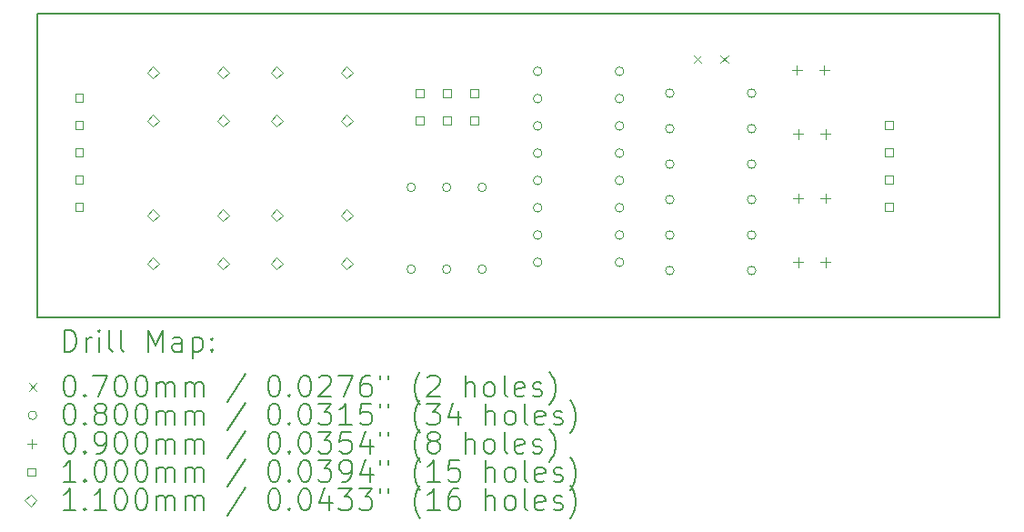
<source format=gbr>
%FSLAX45Y45*%
G04 Gerber Fmt 4.5, Leading zero omitted, Abs format (unit mm)*
G04 Created by KiCad (PCBNEW 6.0.5-a6ca702e91~116~ubuntu20.04.1) date 2022-06-19 12:28:52*
%MOMM*%
%LPD*%
G01*
G04 APERTURE LIST*
%TA.AperFunction,Profile*%
%ADD10C,0.150000*%
%TD*%
%ADD11C,0.200000*%
%ADD12C,0.070000*%
%ADD13C,0.080000*%
%ADD14C,0.090000*%
%ADD15C,0.100000*%
%ADD16C,0.110000*%
G04 APERTURE END LIST*
D10*
X5974080Y-9100820D02*
X5974080Y-11930000D01*
X14927580Y-9100820D02*
X5974080Y-9100820D01*
X5974080Y-11930000D02*
X14927580Y-11930000D01*
X14927580Y-11930000D02*
X14927580Y-9100820D01*
D11*
D12*
X12083340Y-9487460D02*
X12153340Y-9557460D01*
X12153340Y-9487460D02*
X12083340Y-9557460D01*
X12333340Y-9487460D02*
X12403340Y-9557460D01*
X12403340Y-9487460D02*
X12333340Y-9557460D01*
D13*
X9492600Y-10718800D02*
G75*
G03*
X9492600Y-10718800I-40000J0D01*
G01*
X9492600Y-11480800D02*
G75*
G03*
X9492600Y-11480800I-40000J0D01*
G01*
X9822800Y-10718800D02*
G75*
G03*
X9822800Y-10718800I-40000J0D01*
G01*
X9822800Y-11480800D02*
G75*
G03*
X9822800Y-11480800I-40000J0D01*
G01*
X10153000Y-10718800D02*
G75*
G03*
X10153000Y-10718800I-40000J0D01*
G01*
X10153000Y-11480800D02*
G75*
G03*
X10153000Y-11480800I-40000J0D01*
G01*
X10669900Y-9639300D02*
G75*
G03*
X10669900Y-9639300I-40000J0D01*
G01*
X10669900Y-9893300D02*
G75*
G03*
X10669900Y-9893300I-40000J0D01*
G01*
X10669900Y-10147300D02*
G75*
G03*
X10669900Y-10147300I-40000J0D01*
G01*
X10669900Y-10401300D02*
G75*
G03*
X10669900Y-10401300I-40000J0D01*
G01*
X10669900Y-10655300D02*
G75*
G03*
X10669900Y-10655300I-40000J0D01*
G01*
X10669900Y-10909300D02*
G75*
G03*
X10669900Y-10909300I-40000J0D01*
G01*
X10669900Y-11163300D02*
G75*
G03*
X10669900Y-11163300I-40000J0D01*
G01*
X10669900Y-11417300D02*
G75*
G03*
X10669900Y-11417300I-40000J0D01*
G01*
X11431900Y-9639300D02*
G75*
G03*
X11431900Y-9639300I-40000J0D01*
G01*
X11431900Y-9893300D02*
G75*
G03*
X11431900Y-9893300I-40000J0D01*
G01*
X11431900Y-10147300D02*
G75*
G03*
X11431900Y-10147300I-40000J0D01*
G01*
X11431900Y-10401300D02*
G75*
G03*
X11431900Y-10401300I-40000J0D01*
G01*
X11431900Y-10655300D02*
G75*
G03*
X11431900Y-10655300I-40000J0D01*
G01*
X11431900Y-10909300D02*
G75*
G03*
X11431900Y-10909300I-40000J0D01*
G01*
X11431900Y-11163300D02*
G75*
G03*
X11431900Y-11163300I-40000J0D01*
G01*
X11431900Y-11417300D02*
G75*
G03*
X11431900Y-11417300I-40000J0D01*
G01*
X11899260Y-9842500D02*
G75*
G03*
X11899260Y-9842500I-40000J0D01*
G01*
X11899260Y-10172700D02*
G75*
G03*
X11899260Y-10172700I-40000J0D01*
G01*
X11899260Y-10502900D02*
G75*
G03*
X11899260Y-10502900I-40000J0D01*
G01*
X11899260Y-10833100D02*
G75*
G03*
X11899260Y-10833100I-40000J0D01*
G01*
X11899260Y-11163300D02*
G75*
G03*
X11899260Y-11163300I-40000J0D01*
G01*
X11899260Y-11493500D02*
G75*
G03*
X11899260Y-11493500I-40000J0D01*
G01*
X12661260Y-9842500D02*
G75*
G03*
X12661260Y-9842500I-40000J0D01*
G01*
X12661260Y-10172700D02*
G75*
G03*
X12661260Y-10172700I-40000J0D01*
G01*
X12661260Y-10502900D02*
G75*
G03*
X12661260Y-10502900I-40000J0D01*
G01*
X12661260Y-10833100D02*
G75*
G03*
X12661260Y-10833100I-40000J0D01*
G01*
X12661260Y-11163300D02*
G75*
G03*
X12661260Y-11163300I-40000J0D01*
G01*
X12661260Y-11493500D02*
G75*
G03*
X12661260Y-11493500I-40000J0D01*
G01*
D14*
X13042900Y-9581600D02*
X13042900Y-9671600D01*
X12997900Y-9626600D02*
X13087900Y-9626600D01*
X13055600Y-10178500D02*
X13055600Y-10268500D01*
X13010600Y-10223500D02*
X13100600Y-10223500D01*
X13055600Y-10775400D02*
X13055600Y-10865400D01*
X13010600Y-10820400D02*
X13100600Y-10820400D01*
X13055600Y-11372300D02*
X13055600Y-11462300D01*
X13010600Y-11417300D02*
X13100600Y-11417300D01*
X13296900Y-9581600D02*
X13296900Y-9671600D01*
X13251900Y-9626600D02*
X13341900Y-9626600D01*
X13309600Y-10178500D02*
X13309600Y-10268500D01*
X13264600Y-10223500D02*
X13354600Y-10223500D01*
X13309600Y-10775400D02*
X13309600Y-10865400D01*
X13264600Y-10820400D02*
X13354600Y-10820400D01*
X13309600Y-11372300D02*
X13309600Y-11462300D01*
X13264600Y-11417300D02*
X13354600Y-11417300D01*
D15*
X6398056Y-9919356D02*
X6398056Y-9848644D01*
X6327344Y-9848644D01*
X6327344Y-9919356D01*
X6398056Y-9919356D01*
X6398056Y-10173356D02*
X6398056Y-10102644D01*
X6327344Y-10102644D01*
X6327344Y-10173356D01*
X6398056Y-10173356D01*
X6398056Y-10427356D02*
X6398056Y-10356644D01*
X6327344Y-10356644D01*
X6327344Y-10427356D01*
X6398056Y-10427356D01*
X6398056Y-10681356D02*
X6398056Y-10610644D01*
X6327344Y-10610644D01*
X6327344Y-10681356D01*
X6398056Y-10681356D01*
X6398056Y-10935356D02*
X6398056Y-10864644D01*
X6327344Y-10864644D01*
X6327344Y-10935356D01*
X6398056Y-10935356D01*
X9567356Y-9877856D02*
X9567356Y-9807144D01*
X9496644Y-9807144D01*
X9496644Y-9877856D01*
X9567356Y-9877856D01*
X9567356Y-10131856D02*
X9567356Y-10061144D01*
X9496644Y-10061144D01*
X9496644Y-10131856D01*
X9567356Y-10131856D01*
X9821356Y-9877856D02*
X9821356Y-9807144D01*
X9750644Y-9807144D01*
X9750644Y-9877856D01*
X9821356Y-9877856D01*
X9821356Y-10131856D02*
X9821356Y-10061144D01*
X9750644Y-10061144D01*
X9750644Y-10131856D01*
X9821356Y-10131856D01*
X10075356Y-9877856D02*
X10075356Y-9807144D01*
X10004644Y-9807144D01*
X10004644Y-9877856D01*
X10075356Y-9877856D01*
X10075356Y-10131856D02*
X10075356Y-10061144D01*
X10004644Y-10061144D01*
X10004644Y-10131856D01*
X10075356Y-10131856D01*
X13935356Y-10173356D02*
X13935356Y-10102644D01*
X13864644Y-10102644D01*
X13864644Y-10173356D01*
X13935356Y-10173356D01*
X13935356Y-10427356D02*
X13935356Y-10356644D01*
X13864644Y-10356644D01*
X13864644Y-10427356D01*
X13935356Y-10427356D01*
X13935356Y-10681356D02*
X13935356Y-10610644D01*
X13864644Y-10610644D01*
X13864644Y-10681356D01*
X13935356Y-10681356D01*
X13935356Y-10935356D02*
X13935356Y-10864644D01*
X13864644Y-10864644D01*
X13864644Y-10935356D01*
X13935356Y-10935356D01*
D16*
X7050000Y-9705000D02*
X7105000Y-9650000D01*
X7050000Y-9595000D01*
X6995000Y-9650000D01*
X7050000Y-9705000D01*
X7050000Y-10155000D02*
X7105000Y-10100000D01*
X7050000Y-10045000D01*
X6995000Y-10100000D01*
X7050000Y-10155000D01*
X7050000Y-11035000D02*
X7105000Y-10980000D01*
X7050000Y-10925000D01*
X6995000Y-10980000D01*
X7050000Y-11035000D01*
X7050000Y-11485000D02*
X7105000Y-11430000D01*
X7050000Y-11375000D01*
X6995000Y-11430000D01*
X7050000Y-11485000D01*
X7700000Y-9705000D02*
X7755000Y-9650000D01*
X7700000Y-9595000D01*
X7645000Y-9650000D01*
X7700000Y-9705000D01*
X7700000Y-10155000D02*
X7755000Y-10100000D01*
X7700000Y-10045000D01*
X7645000Y-10100000D01*
X7700000Y-10155000D01*
X7700000Y-11035000D02*
X7755000Y-10980000D01*
X7700000Y-10925000D01*
X7645000Y-10980000D01*
X7700000Y-11035000D01*
X7700000Y-11485000D02*
X7755000Y-11430000D01*
X7700000Y-11375000D01*
X7645000Y-11430000D01*
X7700000Y-11485000D01*
X8200000Y-9705000D02*
X8255000Y-9650000D01*
X8200000Y-9595000D01*
X8145000Y-9650000D01*
X8200000Y-9705000D01*
X8200000Y-10155000D02*
X8255000Y-10100000D01*
X8200000Y-10045000D01*
X8145000Y-10100000D01*
X8200000Y-10155000D01*
X8200000Y-11035000D02*
X8255000Y-10980000D01*
X8200000Y-10925000D01*
X8145000Y-10980000D01*
X8200000Y-11035000D01*
X8200000Y-11485000D02*
X8255000Y-11430000D01*
X8200000Y-11375000D01*
X8145000Y-11430000D01*
X8200000Y-11485000D01*
X8850000Y-9705000D02*
X8905000Y-9650000D01*
X8850000Y-9595000D01*
X8795000Y-9650000D01*
X8850000Y-9705000D01*
X8850000Y-10155000D02*
X8905000Y-10100000D01*
X8850000Y-10045000D01*
X8795000Y-10100000D01*
X8850000Y-10155000D01*
X8850000Y-11035000D02*
X8905000Y-10980000D01*
X8850000Y-10925000D01*
X8795000Y-10980000D01*
X8850000Y-11035000D01*
X8850000Y-11485000D02*
X8905000Y-11430000D01*
X8850000Y-11375000D01*
X8795000Y-11430000D01*
X8850000Y-11485000D01*
D11*
X6224199Y-12247976D02*
X6224199Y-12047976D01*
X6271818Y-12047976D01*
X6300389Y-12057500D01*
X6319437Y-12076548D01*
X6328961Y-12095595D01*
X6338485Y-12133690D01*
X6338485Y-12162262D01*
X6328961Y-12200357D01*
X6319437Y-12219405D01*
X6300389Y-12238452D01*
X6271818Y-12247976D01*
X6224199Y-12247976D01*
X6424199Y-12247976D02*
X6424199Y-12114643D01*
X6424199Y-12152738D02*
X6433723Y-12133690D01*
X6443247Y-12124167D01*
X6462294Y-12114643D01*
X6481342Y-12114643D01*
X6548008Y-12247976D02*
X6548008Y-12114643D01*
X6548008Y-12047976D02*
X6538485Y-12057500D01*
X6548008Y-12067024D01*
X6557532Y-12057500D01*
X6548008Y-12047976D01*
X6548008Y-12067024D01*
X6671818Y-12247976D02*
X6652770Y-12238452D01*
X6643247Y-12219405D01*
X6643247Y-12047976D01*
X6776580Y-12247976D02*
X6757532Y-12238452D01*
X6748008Y-12219405D01*
X6748008Y-12047976D01*
X7005151Y-12247976D02*
X7005151Y-12047976D01*
X7071818Y-12190833D01*
X7138485Y-12047976D01*
X7138485Y-12247976D01*
X7319437Y-12247976D02*
X7319437Y-12143214D01*
X7309913Y-12124167D01*
X7290866Y-12114643D01*
X7252770Y-12114643D01*
X7233723Y-12124167D01*
X7319437Y-12238452D02*
X7300389Y-12247976D01*
X7252770Y-12247976D01*
X7233723Y-12238452D01*
X7224199Y-12219405D01*
X7224199Y-12200357D01*
X7233723Y-12181309D01*
X7252770Y-12171786D01*
X7300389Y-12171786D01*
X7319437Y-12162262D01*
X7414675Y-12114643D02*
X7414675Y-12314643D01*
X7414675Y-12124167D02*
X7433723Y-12114643D01*
X7471818Y-12114643D01*
X7490866Y-12124167D01*
X7500389Y-12133690D01*
X7509913Y-12152738D01*
X7509913Y-12209881D01*
X7500389Y-12228928D01*
X7490866Y-12238452D01*
X7471818Y-12247976D01*
X7433723Y-12247976D01*
X7414675Y-12238452D01*
X7595628Y-12228928D02*
X7605151Y-12238452D01*
X7595628Y-12247976D01*
X7586104Y-12238452D01*
X7595628Y-12228928D01*
X7595628Y-12247976D01*
X7595628Y-12124167D02*
X7605151Y-12133690D01*
X7595628Y-12143214D01*
X7586104Y-12133690D01*
X7595628Y-12124167D01*
X7595628Y-12143214D01*
D12*
X5896580Y-12542500D02*
X5966580Y-12612500D01*
X5966580Y-12542500D02*
X5896580Y-12612500D01*
D11*
X6262294Y-12467976D02*
X6281342Y-12467976D01*
X6300389Y-12477500D01*
X6309913Y-12487024D01*
X6319437Y-12506071D01*
X6328961Y-12544167D01*
X6328961Y-12591786D01*
X6319437Y-12629881D01*
X6309913Y-12648928D01*
X6300389Y-12658452D01*
X6281342Y-12667976D01*
X6262294Y-12667976D01*
X6243247Y-12658452D01*
X6233723Y-12648928D01*
X6224199Y-12629881D01*
X6214675Y-12591786D01*
X6214675Y-12544167D01*
X6224199Y-12506071D01*
X6233723Y-12487024D01*
X6243247Y-12477500D01*
X6262294Y-12467976D01*
X6414675Y-12648928D02*
X6424199Y-12658452D01*
X6414675Y-12667976D01*
X6405151Y-12658452D01*
X6414675Y-12648928D01*
X6414675Y-12667976D01*
X6490866Y-12467976D02*
X6624199Y-12467976D01*
X6538485Y-12667976D01*
X6738485Y-12467976D02*
X6757532Y-12467976D01*
X6776580Y-12477500D01*
X6786104Y-12487024D01*
X6795628Y-12506071D01*
X6805151Y-12544167D01*
X6805151Y-12591786D01*
X6795628Y-12629881D01*
X6786104Y-12648928D01*
X6776580Y-12658452D01*
X6757532Y-12667976D01*
X6738485Y-12667976D01*
X6719437Y-12658452D01*
X6709913Y-12648928D01*
X6700389Y-12629881D01*
X6690866Y-12591786D01*
X6690866Y-12544167D01*
X6700389Y-12506071D01*
X6709913Y-12487024D01*
X6719437Y-12477500D01*
X6738485Y-12467976D01*
X6928961Y-12467976D02*
X6948008Y-12467976D01*
X6967056Y-12477500D01*
X6976580Y-12487024D01*
X6986104Y-12506071D01*
X6995628Y-12544167D01*
X6995628Y-12591786D01*
X6986104Y-12629881D01*
X6976580Y-12648928D01*
X6967056Y-12658452D01*
X6948008Y-12667976D01*
X6928961Y-12667976D01*
X6909913Y-12658452D01*
X6900389Y-12648928D01*
X6890866Y-12629881D01*
X6881342Y-12591786D01*
X6881342Y-12544167D01*
X6890866Y-12506071D01*
X6900389Y-12487024D01*
X6909913Y-12477500D01*
X6928961Y-12467976D01*
X7081342Y-12667976D02*
X7081342Y-12534643D01*
X7081342Y-12553690D02*
X7090866Y-12544167D01*
X7109913Y-12534643D01*
X7138485Y-12534643D01*
X7157532Y-12544167D01*
X7167056Y-12563214D01*
X7167056Y-12667976D01*
X7167056Y-12563214D02*
X7176580Y-12544167D01*
X7195628Y-12534643D01*
X7224199Y-12534643D01*
X7243247Y-12544167D01*
X7252770Y-12563214D01*
X7252770Y-12667976D01*
X7348008Y-12667976D02*
X7348008Y-12534643D01*
X7348008Y-12553690D02*
X7357532Y-12544167D01*
X7376580Y-12534643D01*
X7405151Y-12534643D01*
X7424199Y-12544167D01*
X7433723Y-12563214D01*
X7433723Y-12667976D01*
X7433723Y-12563214D02*
X7443247Y-12544167D01*
X7462294Y-12534643D01*
X7490866Y-12534643D01*
X7509913Y-12544167D01*
X7519437Y-12563214D01*
X7519437Y-12667976D01*
X7909913Y-12458452D02*
X7738485Y-12715595D01*
X8167056Y-12467976D02*
X8186104Y-12467976D01*
X8205151Y-12477500D01*
X8214675Y-12487024D01*
X8224199Y-12506071D01*
X8233723Y-12544167D01*
X8233723Y-12591786D01*
X8224199Y-12629881D01*
X8214675Y-12648928D01*
X8205151Y-12658452D01*
X8186104Y-12667976D01*
X8167056Y-12667976D01*
X8148008Y-12658452D01*
X8138485Y-12648928D01*
X8128961Y-12629881D01*
X8119437Y-12591786D01*
X8119437Y-12544167D01*
X8128961Y-12506071D01*
X8138485Y-12487024D01*
X8148008Y-12477500D01*
X8167056Y-12467976D01*
X8319437Y-12648928D02*
X8328961Y-12658452D01*
X8319437Y-12667976D01*
X8309913Y-12658452D01*
X8319437Y-12648928D01*
X8319437Y-12667976D01*
X8452770Y-12467976D02*
X8471818Y-12467976D01*
X8490866Y-12477500D01*
X8500390Y-12487024D01*
X8509913Y-12506071D01*
X8519437Y-12544167D01*
X8519437Y-12591786D01*
X8509913Y-12629881D01*
X8500390Y-12648928D01*
X8490866Y-12658452D01*
X8471818Y-12667976D01*
X8452770Y-12667976D01*
X8433723Y-12658452D01*
X8424199Y-12648928D01*
X8414675Y-12629881D01*
X8405151Y-12591786D01*
X8405151Y-12544167D01*
X8414675Y-12506071D01*
X8424199Y-12487024D01*
X8433723Y-12477500D01*
X8452770Y-12467976D01*
X8595628Y-12487024D02*
X8605151Y-12477500D01*
X8624199Y-12467976D01*
X8671818Y-12467976D01*
X8690866Y-12477500D01*
X8700390Y-12487024D01*
X8709913Y-12506071D01*
X8709913Y-12525119D01*
X8700390Y-12553690D01*
X8586104Y-12667976D01*
X8709913Y-12667976D01*
X8776580Y-12467976D02*
X8909913Y-12467976D01*
X8824199Y-12667976D01*
X9071818Y-12467976D02*
X9033723Y-12467976D01*
X9014675Y-12477500D01*
X9005151Y-12487024D01*
X8986104Y-12515595D01*
X8976580Y-12553690D01*
X8976580Y-12629881D01*
X8986104Y-12648928D01*
X8995628Y-12658452D01*
X9014675Y-12667976D01*
X9052770Y-12667976D01*
X9071818Y-12658452D01*
X9081342Y-12648928D01*
X9090866Y-12629881D01*
X9090866Y-12582262D01*
X9081342Y-12563214D01*
X9071818Y-12553690D01*
X9052770Y-12544167D01*
X9014675Y-12544167D01*
X8995628Y-12553690D01*
X8986104Y-12563214D01*
X8976580Y-12582262D01*
X9167056Y-12467976D02*
X9167056Y-12506071D01*
X9243247Y-12467976D02*
X9243247Y-12506071D01*
X9538485Y-12744167D02*
X9528961Y-12734643D01*
X9509913Y-12706071D01*
X9500390Y-12687024D01*
X9490866Y-12658452D01*
X9481342Y-12610833D01*
X9481342Y-12572738D01*
X9490866Y-12525119D01*
X9500390Y-12496548D01*
X9509913Y-12477500D01*
X9528961Y-12448928D01*
X9538485Y-12439405D01*
X9605151Y-12487024D02*
X9614675Y-12477500D01*
X9633723Y-12467976D01*
X9681342Y-12467976D01*
X9700390Y-12477500D01*
X9709913Y-12487024D01*
X9719437Y-12506071D01*
X9719437Y-12525119D01*
X9709913Y-12553690D01*
X9595628Y-12667976D01*
X9719437Y-12667976D01*
X9957532Y-12667976D02*
X9957532Y-12467976D01*
X10043247Y-12667976D02*
X10043247Y-12563214D01*
X10033723Y-12544167D01*
X10014675Y-12534643D01*
X9986104Y-12534643D01*
X9967056Y-12544167D01*
X9957532Y-12553690D01*
X10167056Y-12667976D02*
X10148009Y-12658452D01*
X10138485Y-12648928D01*
X10128961Y-12629881D01*
X10128961Y-12572738D01*
X10138485Y-12553690D01*
X10148009Y-12544167D01*
X10167056Y-12534643D01*
X10195628Y-12534643D01*
X10214675Y-12544167D01*
X10224199Y-12553690D01*
X10233723Y-12572738D01*
X10233723Y-12629881D01*
X10224199Y-12648928D01*
X10214675Y-12658452D01*
X10195628Y-12667976D01*
X10167056Y-12667976D01*
X10348009Y-12667976D02*
X10328961Y-12658452D01*
X10319437Y-12639405D01*
X10319437Y-12467976D01*
X10500390Y-12658452D02*
X10481342Y-12667976D01*
X10443247Y-12667976D01*
X10424199Y-12658452D01*
X10414675Y-12639405D01*
X10414675Y-12563214D01*
X10424199Y-12544167D01*
X10443247Y-12534643D01*
X10481342Y-12534643D01*
X10500390Y-12544167D01*
X10509913Y-12563214D01*
X10509913Y-12582262D01*
X10414675Y-12601309D01*
X10586104Y-12658452D02*
X10605151Y-12667976D01*
X10643247Y-12667976D01*
X10662294Y-12658452D01*
X10671818Y-12639405D01*
X10671818Y-12629881D01*
X10662294Y-12610833D01*
X10643247Y-12601309D01*
X10614675Y-12601309D01*
X10595628Y-12591786D01*
X10586104Y-12572738D01*
X10586104Y-12563214D01*
X10595628Y-12544167D01*
X10614675Y-12534643D01*
X10643247Y-12534643D01*
X10662294Y-12544167D01*
X10738485Y-12744167D02*
X10748009Y-12734643D01*
X10767056Y-12706071D01*
X10776580Y-12687024D01*
X10786104Y-12658452D01*
X10795628Y-12610833D01*
X10795628Y-12572738D01*
X10786104Y-12525119D01*
X10776580Y-12496548D01*
X10767056Y-12477500D01*
X10748009Y-12448928D01*
X10738485Y-12439405D01*
D13*
X5966580Y-12841500D02*
G75*
G03*
X5966580Y-12841500I-40000J0D01*
G01*
D11*
X6262294Y-12731976D02*
X6281342Y-12731976D01*
X6300389Y-12741500D01*
X6309913Y-12751024D01*
X6319437Y-12770071D01*
X6328961Y-12808167D01*
X6328961Y-12855786D01*
X6319437Y-12893881D01*
X6309913Y-12912928D01*
X6300389Y-12922452D01*
X6281342Y-12931976D01*
X6262294Y-12931976D01*
X6243247Y-12922452D01*
X6233723Y-12912928D01*
X6224199Y-12893881D01*
X6214675Y-12855786D01*
X6214675Y-12808167D01*
X6224199Y-12770071D01*
X6233723Y-12751024D01*
X6243247Y-12741500D01*
X6262294Y-12731976D01*
X6414675Y-12912928D02*
X6424199Y-12922452D01*
X6414675Y-12931976D01*
X6405151Y-12922452D01*
X6414675Y-12912928D01*
X6414675Y-12931976D01*
X6538485Y-12817690D02*
X6519437Y-12808167D01*
X6509913Y-12798643D01*
X6500389Y-12779595D01*
X6500389Y-12770071D01*
X6509913Y-12751024D01*
X6519437Y-12741500D01*
X6538485Y-12731976D01*
X6576580Y-12731976D01*
X6595628Y-12741500D01*
X6605151Y-12751024D01*
X6614675Y-12770071D01*
X6614675Y-12779595D01*
X6605151Y-12798643D01*
X6595628Y-12808167D01*
X6576580Y-12817690D01*
X6538485Y-12817690D01*
X6519437Y-12827214D01*
X6509913Y-12836738D01*
X6500389Y-12855786D01*
X6500389Y-12893881D01*
X6509913Y-12912928D01*
X6519437Y-12922452D01*
X6538485Y-12931976D01*
X6576580Y-12931976D01*
X6595628Y-12922452D01*
X6605151Y-12912928D01*
X6614675Y-12893881D01*
X6614675Y-12855786D01*
X6605151Y-12836738D01*
X6595628Y-12827214D01*
X6576580Y-12817690D01*
X6738485Y-12731976D02*
X6757532Y-12731976D01*
X6776580Y-12741500D01*
X6786104Y-12751024D01*
X6795628Y-12770071D01*
X6805151Y-12808167D01*
X6805151Y-12855786D01*
X6795628Y-12893881D01*
X6786104Y-12912928D01*
X6776580Y-12922452D01*
X6757532Y-12931976D01*
X6738485Y-12931976D01*
X6719437Y-12922452D01*
X6709913Y-12912928D01*
X6700389Y-12893881D01*
X6690866Y-12855786D01*
X6690866Y-12808167D01*
X6700389Y-12770071D01*
X6709913Y-12751024D01*
X6719437Y-12741500D01*
X6738485Y-12731976D01*
X6928961Y-12731976D02*
X6948008Y-12731976D01*
X6967056Y-12741500D01*
X6976580Y-12751024D01*
X6986104Y-12770071D01*
X6995628Y-12808167D01*
X6995628Y-12855786D01*
X6986104Y-12893881D01*
X6976580Y-12912928D01*
X6967056Y-12922452D01*
X6948008Y-12931976D01*
X6928961Y-12931976D01*
X6909913Y-12922452D01*
X6900389Y-12912928D01*
X6890866Y-12893881D01*
X6881342Y-12855786D01*
X6881342Y-12808167D01*
X6890866Y-12770071D01*
X6900389Y-12751024D01*
X6909913Y-12741500D01*
X6928961Y-12731976D01*
X7081342Y-12931976D02*
X7081342Y-12798643D01*
X7081342Y-12817690D02*
X7090866Y-12808167D01*
X7109913Y-12798643D01*
X7138485Y-12798643D01*
X7157532Y-12808167D01*
X7167056Y-12827214D01*
X7167056Y-12931976D01*
X7167056Y-12827214D02*
X7176580Y-12808167D01*
X7195628Y-12798643D01*
X7224199Y-12798643D01*
X7243247Y-12808167D01*
X7252770Y-12827214D01*
X7252770Y-12931976D01*
X7348008Y-12931976D02*
X7348008Y-12798643D01*
X7348008Y-12817690D02*
X7357532Y-12808167D01*
X7376580Y-12798643D01*
X7405151Y-12798643D01*
X7424199Y-12808167D01*
X7433723Y-12827214D01*
X7433723Y-12931976D01*
X7433723Y-12827214D02*
X7443247Y-12808167D01*
X7462294Y-12798643D01*
X7490866Y-12798643D01*
X7509913Y-12808167D01*
X7519437Y-12827214D01*
X7519437Y-12931976D01*
X7909913Y-12722452D02*
X7738485Y-12979595D01*
X8167056Y-12731976D02*
X8186104Y-12731976D01*
X8205151Y-12741500D01*
X8214675Y-12751024D01*
X8224199Y-12770071D01*
X8233723Y-12808167D01*
X8233723Y-12855786D01*
X8224199Y-12893881D01*
X8214675Y-12912928D01*
X8205151Y-12922452D01*
X8186104Y-12931976D01*
X8167056Y-12931976D01*
X8148008Y-12922452D01*
X8138485Y-12912928D01*
X8128961Y-12893881D01*
X8119437Y-12855786D01*
X8119437Y-12808167D01*
X8128961Y-12770071D01*
X8138485Y-12751024D01*
X8148008Y-12741500D01*
X8167056Y-12731976D01*
X8319437Y-12912928D02*
X8328961Y-12922452D01*
X8319437Y-12931976D01*
X8309913Y-12922452D01*
X8319437Y-12912928D01*
X8319437Y-12931976D01*
X8452770Y-12731976D02*
X8471818Y-12731976D01*
X8490866Y-12741500D01*
X8500390Y-12751024D01*
X8509913Y-12770071D01*
X8519437Y-12808167D01*
X8519437Y-12855786D01*
X8509913Y-12893881D01*
X8500390Y-12912928D01*
X8490866Y-12922452D01*
X8471818Y-12931976D01*
X8452770Y-12931976D01*
X8433723Y-12922452D01*
X8424199Y-12912928D01*
X8414675Y-12893881D01*
X8405151Y-12855786D01*
X8405151Y-12808167D01*
X8414675Y-12770071D01*
X8424199Y-12751024D01*
X8433723Y-12741500D01*
X8452770Y-12731976D01*
X8586104Y-12731976D02*
X8709913Y-12731976D01*
X8643247Y-12808167D01*
X8671818Y-12808167D01*
X8690866Y-12817690D01*
X8700390Y-12827214D01*
X8709913Y-12846262D01*
X8709913Y-12893881D01*
X8700390Y-12912928D01*
X8690866Y-12922452D01*
X8671818Y-12931976D01*
X8614675Y-12931976D01*
X8595628Y-12922452D01*
X8586104Y-12912928D01*
X8900390Y-12931976D02*
X8786104Y-12931976D01*
X8843247Y-12931976D02*
X8843247Y-12731976D01*
X8824199Y-12760548D01*
X8805151Y-12779595D01*
X8786104Y-12789119D01*
X9081342Y-12731976D02*
X8986104Y-12731976D01*
X8976580Y-12827214D01*
X8986104Y-12817690D01*
X9005151Y-12808167D01*
X9052770Y-12808167D01*
X9071818Y-12817690D01*
X9081342Y-12827214D01*
X9090866Y-12846262D01*
X9090866Y-12893881D01*
X9081342Y-12912928D01*
X9071818Y-12922452D01*
X9052770Y-12931976D01*
X9005151Y-12931976D01*
X8986104Y-12922452D01*
X8976580Y-12912928D01*
X9167056Y-12731976D02*
X9167056Y-12770071D01*
X9243247Y-12731976D02*
X9243247Y-12770071D01*
X9538485Y-13008167D02*
X9528961Y-12998643D01*
X9509913Y-12970071D01*
X9500390Y-12951024D01*
X9490866Y-12922452D01*
X9481342Y-12874833D01*
X9481342Y-12836738D01*
X9490866Y-12789119D01*
X9500390Y-12760548D01*
X9509913Y-12741500D01*
X9528961Y-12712928D01*
X9538485Y-12703405D01*
X9595628Y-12731976D02*
X9719437Y-12731976D01*
X9652770Y-12808167D01*
X9681342Y-12808167D01*
X9700390Y-12817690D01*
X9709913Y-12827214D01*
X9719437Y-12846262D01*
X9719437Y-12893881D01*
X9709913Y-12912928D01*
X9700390Y-12922452D01*
X9681342Y-12931976D01*
X9624199Y-12931976D01*
X9605151Y-12922452D01*
X9595628Y-12912928D01*
X9890866Y-12798643D02*
X9890866Y-12931976D01*
X9843247Y-12722452D02*
X9795628Y-12865309D01*
X9919437Y-12865309D01*
X10148009Y-12931976D02*
X10148009Y-12731976D01*
X10233723Y-12931976D02*
X10233723Y-12827214D01*
X10224199Y-12808167D01*
X10205151Y-12798643D01*
X10176580Y-12798643D01*
X10157532Y-12808167D01*
X10148009Y-12817690D01*
X10357532Y-12931976D02*
X10338485Y-12922452D01*
X10328961Y-12912928D01*
X10319437Y-12893881D01*
X10319437Y-12836738D01*
X10328961Y-12817690D01*
X10338485Y-12808167D01*
X10357532Y-12798643D01*
X10386104Y-12798643D01*
X10405151Y-12808167D01*
X10414675Y-12817690D01*
X10424199Y-12836738D01*
X10424199Y-12893881D01*
X10414675Y-12912928D01*
X10405151Y-12922452D01*
X10386104Y-12931976D01*
X10357532Y-12931976D01*
X10538485Y-12931976D02*
X10519437Y-12922452D01*
X10509913Y-12903405D01*
X10509913Y-12731976D01*
X10690866Y-12922452D02*
X10671818Y-12931976D01*
X10633723Y-12931976D01*
X10614675Y-12922452D01*
X10605151Y-12903405D01*
X10605151Y-12827214D01*
X10614675Y-12808167D01*
X10633723Y-12798643D01*
X10671818Y-12798643D01*
X10690866Y-12808167D01*
X10700390Y-12827214D01*
X10700390Y-12846262D01*
X10605151Y-12865309D01*
X10776580Y-12922452D02*
X10795628Y-12931976D01*
X10833723Y-12931976D01*
X10852770Y-12922452D01*
X10862294Y-12903405D01*
X10862294Y-12893881D01*
X10852770Y-12874833D01*
X10833723Y-12865309D01*
X10805151Y-12865309D01*
X10786104Y-12855786D01*
X10776580Y-12836738D01*
X10776580Y-12827214D01*
X10786104Y-12808167D01*
X10805151Y-12798643D01*
X10833723Y-12798643D01*
X10852770Y-12808167D01*
X10928961Y-13008167D02*
X10938485Y-12998643D01*
X10957532Y-12970071D01*
X10967056Y-12951024D01*
X10976580Y-12922452D01*
X10986104Y-12874833D01*
X10986104Y-12836738D01*
X10976580Y-12789119D01*
X10967056Y-12760548D01*
X10957532Y-12741500D01*
X10938485Y-12712928D01*
X10928961Y-12703405D01*
D14*
X5921580Y-13060500D02*
X5921580Y-13150500D01*
X5876580Y-13105500D02*
X5966580Y-13105500D01*
D11*
X6262294Y-12995976D02*
X6281342Y-12995976D01*
X6300389Y-13005500D01*
X6309913Y-13015024D01*
X6319437Y-13034071D01*
X6328961Y-13072167D01*
X6328961Y-13119786D01*
X6319437Y-13157881D01*
X6309913Y-13176928D01*
X6300389Y-13186452D01*
X6281342Y-13195976D01*
X6262294Y-13195976D01*
X6243247Y-13186452D01*
X6233723Y-13176928D01*
X6224199Y-13157881D01*
X6214675Y-13119786D01*
X6214675Y-13072167D01*
X6224199Y-13034071D01*
X6233723Y-13015024D01*
X6243247Y-13005500D01*
X6262294Y-12995976D01*
X6414675Y-13176928D02*
X6424199Y-13186452D01*
X6414675Y-13195976D01*
X6405151Y-13186452D01*
X6414675Y-13176928D01*
X6414675Y-13195976D01*
X6519437Y-13195976D02*
X6557532Y-13195976D01*
X6576580Y-13186452D01*
X6586104Y-13176928D01*
X6605151Y-13148357D01*
X6614675Y-13110262D01*
X6614675Y-13034071D01*
X6605151Y-13015024D01*
X6595628Y-13005500D01*
X6576580Y-12995976D01*
X6538485Y-12995976D01*
X6519437Y-13005500D01*
X6509913Y-13015024D01*
X6500389Y-13034071D01*
X6500389Y-13081690D01*
X6509913Y-13100738D01*
X6519437Y-13110262D01*
X6538485Y-13119786D01*
X6576580Y-13119786D01*
X6595628Y-13110262D01*
X6605151Y-13100738D01*
X6614675Y-13081690D01*
X6738485Y-12995976D02*
X6757532Y-12995976D01*
X6776580Y-13005500D01*
X6786104Y-13015024D01*
X6795628Y-13034071D01*
X6805151Y-13072167D01*
X6805151Y-13119786D01*
X6795628Y-13157881D01*
X6786104Y-13176928D01*
X6776580Y-13186452D01*
X6757532Y-13195976D01*
X6738485Y-13195976D01*
X6719437Y-13186452D01*
X6709913Y-13176928D01*
X6700389Y-13157881D01*
X6690866Y-13119786D01*
X6690866Y-13072167D01*
X6700389Y-13034071D01*
X6709913Y-13015024D01*
X6719437Y-13005500D01*
X6738485Y-12995976D01*
X6928961Y-12995976D02*
X6948008Y-12995976D01*
X6967056Y-13005500D01*
X6976580Y-13015024D01*
X6986104Y-13034071D01*
X6995628Y-13072167D01*
X6995628Y-13119786D01*
X6986104Y-13157881D01*
X6976580Y-13176928D01*
X6967056Y-13186452D01*
X6948008Y-13195976D01*
X6928961Y-13195976D01*
X6909913Y-13186452D01*
X6900389Y-13176928D01*
X6890866Y-13157881D01*
X6881342Y-13119786D01*
X6881342Y-13072167D01*
X6890866Y-13034071D01*
X6900389Y-13015024D01*
X6909913Y-13005500D01*
X6928961Y-12995976D01*
X7081342Y-13195976D02*
X7081342Y-13062643D01*
X7081342Y-13081690D02*
X7090866Y-13072167D01*
X7109913Y-13062643D01*
X7138485Y-13062643D01*
X7157532Y-13072167D01*
X7167056Y-13091214D01*
X7167056Y-13195976D01*
X7167056Y-13091214D02*
X7176580Y-13072167D01*
X7195628Y-13062643D01*
X7224199Y-13062643D01*
X7243247Y-13072167D01*
X7252770Y-13091214D01*
X7252770Y-13195976D01*
X7348008Y-13195976D02*
X7348008Y-13062643D01*
X7348008Y-13081690D02*
X7357532Y-13072167D01*
X7376580Y-13062643D01*
X7405151Y-13062643D01*
X7424199Y-13072167D01*
X7433723Y-13091214D01*
X7433723Y-13195976D01*
X7433723Y-13091214D02*
X7443247Y-13072167D01*
X7462294Y-13062643D01*
X7490866Y-13062643D01*
X7509913Y-13072167D01*
X7519437Y-13091214D01*
X7519437Y-13195976D01*
X7909913Y-12986452D02*
X7738485Y-13243595D01*
X8167056Y-12995976D02*
X8186104Y-12995976D01*
X8205151Y-13005500D01*
X8214675Y-13015024D01*
X8224199Y-13034071D01*
X8233723Y-13072167D01*
X8233723Y-13119786D01*
X8224199Y-13157881D01*
X8214675Y-13176928D01*
X8205151Y-13186452D01*
X8186104Y-13195976D01*
X8167056Y-13195976D01*
X8148008Y-13186452D01*
X8138485Y-13176928D01*
X8128961Y-13157881D01*
X8119437Y-13119786D01*
X8119437Y-13072167D01*
X8128961Y-13034071D01*
X8138485Y-13015024D01*
X8148008Y-13005500D01*
X8167056Y-12995976D01*
X8319437Y-13176928D02*
X8328961Y-13186452D01*
X8319437Y-13195976D01*
X8309913Y-13186452D01*
X8319437Y-13176928D01*
X8319437Y-13195976D01*
X8452770Y-12995976D02*
X8471818Y-12995976D01*
X8490866Y-13005500D01*
X8500390Y-13015024D01*
X8509913Y-13034071D01*
X8519437Y-13072167D01*
X8519437Y-13119786D01*
X8509913Y-13157881D01*
X8500390Y-13176928D01*
X8490866Y-13186452D01*
X8471818Y-13195976D01*
X8452770Y-13195976D01*
X8433723Y-13186452D01*
X8424199Y-13176928D01*
X8414675Y-13157881D01*
X8405151Y-13119786D01*
X8405151Y-13072167D01*
X8414675Y-13034071D01*
X8424199Y-13015024D01*
X8433723Y-13005500D01*
X8452770Y-12995976D01*
X8586104Y-12995976D02*
X8709913Y-12995976D01*
X8643247Y-13072167D01*
X8671818Y-13072167D01*
X8690866Y-13081690D01*
X8700390Y-13091214D01*
X8709913Y-13110262D01*
X8709913Y-13157881D01*
X8700390Y-13176928D01*
X8690866Y-13186452D01*
X8671818Y-13195976D01*
X8614675Y-13195976D01*
X8595628Y-13186452D01*
X8586104Y-13176928D01*
X8890866Y-12995976D02*
X8795628Y-12995976D01*
X8786104Y-13091214D01*
X8795628Y-13081690D01*
X8814675Y-13072167D01*
X8862294Y-13072167D01*
X8881342Y-13081690D01*
X8890866Y-13091214D01*
X8900390Y-13110262D01*
X8900390Y-13157881D01*
X8890866Y-13176928D01*
X8881342Y-13186452D01*
X8862294Y-13195976D01*
X8814675Y-13195976D01*
X8795628Y-13186452D01*
X8786104Y-13176928D01*
X9071818Y-13062643D02*
X9071818Y-13195976D01*
X9024199Y-12986452D02*
X8976580Y-13129309D01*
X9100390Y-13129309D01*
X9167056Y-12995976D02*
X9167056Y-13034071D01*
X9243247Y-12995976D02*
X9243247Y-13034071D01*
X9538485Y-13272167D02*
X9528961Y-13262643D01*
X9509913Y-13234071D01*
X9500390Y-13215024D01*
X9490866Y-13186452D01*
X9481342Y-13138833D01*
X9481342Y-13100738D01*
X9490866Y-13053119D01*
X9500390Y-13024548D01*
X9509913Y-13005500D01*
X9528961Y-12976928D01*
X9538485Y-12967405D01*
X9643247Y-13081690D02*
X9624199Y-13072167D01*
X9614675Y-13062643D01*
X9605151Y-13043595D01*
X9605151Y-13034071D01*
X9614675Y-13015024D01*
X9624199Y-13005500D01*
X9643247Y-12995976D01*
X9681342Y-12995976D01*
X9700390Y-13005500D01*
X9709913Y-13015024D01*
X9719437Y-13034071D01*
X9719437Y-13043595D01*
X9709913Y-13062643D01*
X9700390Y-13072167D01*
X9681342Y-13081690D01*
X9643247Y-13081690D01*
X9624199Y-13091214D01*
X9614675Y-13100738D01*
X9605151Y-13119786D01*
X9605151Y-13157881D01*
X9614675Y-13176928D01*
X9624199Y-13186452D01*
X9643247Y-13195976D01*
X9681342Y-13195976D01*
X9700390Y-13186452D01*
X9709913Y-13176928D01*
X9719437Y-13157881D01*
X9719437Y-13119786D01*
X9709913Y-13100738D01*
X9700390Y-13091214D01*
X9681342Y-13081690D01*
X9957532Y-13195976D02*
X9957532Y-12995976D01*
X10043247Y-13195976D02*
X10043247Y-13091214D01*
X10033723Y-13072167D01*
X10014675Y-13062643D01*
X9986104Y-13062643D01*
X9967056Y-13072167D01*
X9957532Y-13081690D01*
X10167056Y-13195976D02*
X10148009Y-13186452D01*
X10138485Y-13176928D01*
X10128961Y-13157881D01*
X10128961Y-13100738D01*
X10138485Y-13081690D01*
X10148009Y-13072167D01*
X10167056Y-13062643D01*
X10195628Y-13062643D01*
X10214675Y-13072167D01*
X10224199Y-13081690D01*
X10233723Y-13100738D01*
X10233723Y-13157881D01*
X10224199Y-13176928D01*
X10214675Y-13186452D01*
X10195628Y-13195976D01*
X10167056Y-13195976D01*
X10348009Y-13195976D02*
X10328961Y-13186452D01*
X10319437Y-13167405D01*
X10319437Y-12995976D01*
X10500390Y-13186452D02*
X10481342Y-13195976D01*
X10443247Y-13195976D01*
X10424199Y-13186452D01*
X10414675Y-13167405D01*
X10414675Y-13091214D01*
X10424199Y-13072167D01*
X10443247Y-13062643D01*
X10481342Y-13062643D01*
X10500390Y-13072167D01*
X10509913Y-13091214D01*
X10509913Y-13110262D01*
X10414675Y-13129309D01*
X10586104Y-13186452D02*
X10605151Y-13195976D01*
X10643247Y-13195976D01*
X10662294Y-13186452D01*
X10671818Y-13167405D01*
X10671818Y-13157881D01*
X10662294Y-13138833D01*
X10643247Y-13129309D01*
X10614675Y-13129309D01*
X10595628Y-13119786D01*
X10586104Y-13100738D01*
X10586104Y-13091214D01*
X10595628Y-13072167D01*
X10614675Y-13062643D01*
X10643247Y-13062643D01*
X10662294Y-13072167D01*
X10738485Y-13272167D02*
X10748009Y-13262643D01*
X10767056Y-13234071D01*
X10776580Y-13215024D01*
X10786104Y-13186452D01*
X10795628Y-13138833D01*
X10795628Y-13100738D01*
X10786104Y-13053119D01*
X10776580Y-13024548D01*
X10767056Y-13005500D01*
X10748009Y-12976928D01*
X10738485Y-12967405D01*
D15*
X5951936Y-13404856D02*
X5951936Y-13334144D01*
X5881224Y-13334144D01*
X5881224Y-13404856D01*
X5951936Y-13404856D01*
D11*
X6328961Y-13459976D02*
X6214675Y-13459976D01*
X6271818Y-13459976D02*
X6271818Y-13259976D01*
X6252770Y-13288548D01*
X6233723Y-13307595D01*
X6214675Y-13317119D01*
X6414675Y-13440928D02*
X6424199Y-13450452D01*
X6414675Y-13459976D01*
X6405151Y-13450452D01*
X6414675Y-13440928D01*
X6414675Y-13459976D01*
X6548008Y-13259976D02*
X6567056Y-13259976D01*
X6586104Y-13269500D01*
X6595628Y-13279024D01*
X6605151Y-13298071D01*
X6614675Y-13336167D01*
X6614675Y-13383786D01*
X6605151Y-13421881D01*
X6595628Y-13440928D01*
X6586104Y-13450452D01*
X6567056Y-13459976D01*
X6548008Y-13459976D01*
X6528961Y-13450452D01*
X6519437Y-13440928D01*
X6509913Y-13421881D01*
X6500389Y-13383786D01*
X6500389Y-13336167D01*
X6509913Y-13298071D01*
X6519437Y-13279024D01*
X6528961Y-13269500D01*
X6548008Y-13259976D01*
X6738485Y-13259976D02*
X6757532Y-13259976D01*
X6776580Y-13269500D01*
X6786104Y-13279024D01*
X6795628Y-13298071D01*
X6805151Y-13336167D01*
X6805151Y-13383786D01*
X6795628Y-13421881D01*
X6786104Y-13440928D01*
X6776580Y-13450452D01*
X6757532Y-13459976D01*
X6738485Y-13459976D01*
X6719437Y-13450452D01*
X6709913Y-13440928D01*
X6700389Y-13421881D01*
X6690866Y-13383786D01*
X6690866Y-13336167D01*
X6700389Y-13298071D01*
X6709913Y-13279024D01*
X6719437Y-13269500D01*
X6738485Y-13259976D01*
X6928961Y-13259976D02*
X6948008Y-13259976D01*
X6967056Y-13269500D01*
X6976580Y-13279024D01*
X6986104Y-13298071D01*
X6995628Y-13336167D01*
X6995628Y-13383786D01*
X6986104Y-13421881D01*
X6976580Y-13440928D01*
X6967056Y-13450452D01*
X6948008Y-13459976D01*
X6928961Y-13459976D01*
X6909913Y-13450452D01*
X6900389Y-13440928D01*
X6890866Y-13421881D01*
X6881342Y-13383786D01*
X6881342Y-13336167D01*
X6890866Y-13298071D01*
X6900389Y-13279024D01*
X6909913Y-13269500D01*
X6928961Y-13259976D01*
X7081342Y-13459976D02*
X7081342Y-13326643D01*
X7081342Y-13345690D02*
X7090866Y-13336167D01*
X7109913Y-13326643D01*
X7138485Y-13326643D01*
X7157532Y-13336167D01*
X7167056Y-13355214D01*
X7167056Y-13459976D01*
X7167056Y-13355214D02*
X7176580Y-13336167D01*
X7195628Y-13326643D01*
X7224199Y-13326643D01*
X7243247Y-13336167D01*
X7252770Y-13355214D01*
X7252770Y-13459976D01*
X7348008Y-13459976D02*
X7348008Y-13326643D01*
X7348008Y-13345690D02*
X7357532Y-13336167D01*
X7376580Y-13326643D01*
X7405151Y-13326643D01*
X7424199Y-13336167D01*
X7433723Y-13355214D01*
X7433723Y-13459976D01*
X7433723Y-13355214D02*
X7443247Y-13336167D01*
X7462294Y-13326643D01*
X7490866Y-13326643D01*
X7509913Y-13336167D01*
X7519437Y-13355214D01*
X7519437Y-13459976D01*
X7909913Y-13250452D02*
X7738485Y-13507595D01*
X8167056Y-13259976D02*
X8186104Y-13259976D01*
X8205151Y-13269500D01*
X8214675Y-13279024D01*
X8224199Y-13298071D01*
X8233723Y-13336167D01*
X8233723Y-13383786D01*
X8224199Y-13421881D01*
X8214675Y-13440928D01*
X8205151Y-13450452D01*
X8186104Y-13459976D01*
X8167056Y-13459976D01*
X8148008Y-13450452D01*
X8138485Y-13440928D01*
X8128961Y-13421881D01*
X8119437Y-13383786D01*
X8119437Y-13336167D01*
X8128961Y-13298071D01*
X8138485Y-13279024D01*
X8148008Y-13269500D01*
X8167056Y-13259976D01*
X8319437Y-13440928D02*
X8328961Y-13450452D01*
X8319437Y-13459976D01*
X8309913Y-13450452D01*
X8319437Y-13440928D01*
X8319437Y-13459976D01*
X8452770Y-13259976D02*
X8471818Y-13259976D01*
X8490866Y-13269500D01*
X8500390Y-13279024D01*
X8509913Y-13298071D01*
X8519437Y-13336167D01*
X8519437Y-13383786D01*
X8509913Y-13421881D01*
X8500390Y-13440928D01*
X8490866Y-13450452D01*
X8471818Y-13459976D01*
X8452770Y-13459976D01*
X8433723Y-13450452D01*
X8424199Y-13440928D01*
X8414675Y-13421881D01*
X8405151Y-13383786D01*
X8405151Y-13336167D01*
X8414675Y-13298071D01*
X8424199Y-13279024D01*
X8433723Y-13269500D01*
X8452770Y-13259976D01*
X8586104Y-13259976D02*
X8709913Y-13259976D01*
X8643247Y-13336167D01*
X8671818Y-13336167D01*
X8690866Y-13345690D01*
X8700390Y-13355214D01*
X8709913Y-13374262D01*
X8709913Y-13421881D01*
X8700390Y-13440928D01*
X8690866Y-13450452D01*
X8671818Y-13459976D01*
X8614675Y-13459976D01*
X8595628Y-13450452D01*
X8586104Y-13440928D01*
X8805151Y-13459976D02*
X8843247Y-13459976D01*
X8862294Y-13450452D01*
X8871818Y-13440928D01*
X8890866Y-13412357D01*
X8900390Y-13374262D01*
X8900390Y-13298071D01*
X8890866Y-13279024D01*
X8881342Y-13269500D01*
X8862294Y-13259976D01*
X8824199Y-13259976D01*
X8805151Y-13269500D01*
X8795628Y-13279024D01*
X8786104Y-13298071D01*
X8786104Y-13345690D01*
X8795628Y-13364738D01*
X8805151Y-13374262D01*
X8824199Y-13383786D01*
X8862294Y-13383786D01*
X8881342Y-13374262D01*
X8890866Y-13364738D01*
X8900390Y-13345690D01*
X9071818Y-13326643D02*
X9071818Y-13459976D01*
X9024199Y-13250452D02*
X8976580Y-13393309D01*
X9100390Y-13393309D01*
X9167056Y-13259976D02*
X9167056Y-13298071D01*
X9243247Y-13259976D02*
X9243247Y-13298071D01*
X9538485Y-13536167D02*
X9528961Y-13526643D01*
X9509913Y-13498071D01*
X9500390Y-13479024D01*
X9490866Y-13450452D01*
X9481342Y-13402833D01*
X9481342Y-13364738D01*
X9490866Y-13317119D01*
X9500390Y-13288548D01*
X9509913Y-13269500D01*
X9528961Y-13240928D01*
X9538485Y-13231405D01*
X9719437Y-13459976D02*
X9605151Y-13459976D01*
X9662294Y-13459976D02*
X9662294Y-13259976D01*
X9643247Y-13288548D01*
X9624199Y-13307595D01*
X9605151Y-13317119D01*
X9900390Y-13259976D02*
X9805151Y-13259976D01*
X9795628Y-13355214D01*
X9805151Y-13345690D01*
X9824199Y-13336167D01*
X9871818Y-13336167D01*
X9890866Y-13345690D01*
X9900390Y-13355214D01*
X9909913Y-13374262D01*
X9909913Y-13421881D01*
X9900390Y-13440928D01*
X9890866Y-13450452D01*
X9871818Y-13459976D01*
X9824199Y-13459976D01*
X9805151Y-13450452D01*
X9795628Y-13440928D01*
X10148009Y-13459976D02*
X10148009Y-13259976D01*
X10233723Y-13459976D02*
X10233723Y-13355214D01*
X10224199Y-13336167D01*
X10205151Y-13326643D01*
X10176580Y-13326643D01*
X10157532Y-13336167D01*
X10148009Y-13345690D01*
X10357532Y-13459976D02*
X10338485Y-13450452D01*
X10328961Y-13440928D01*
X10319437Y-13421881D01*
X10319437Y-13364738D01*
X10328961Y-13345690D01*
X10338485Y-13336167D01*
X10357532Y-13326643D01*
X10386104Y-13326643D01*
X10405151Y-13336167D01*
X10414675Y-13345690D01*
X10424199Y-13364738D01*
X10424199Y-13421881D01*
X10414675Y-13440928D01*
X10405151Y-13450452D01*
X10386104Y-13459976D01*
X10357532Y-13459976D01*
X10538485Y-13459976D02*
X10519437Y-13450452D01*
X10509913Y-13431405D01*
X10509913Y-13259976D01*
X10690866Y-13450452D02*
X10671818Y-13459976D01*
X10633723Y-13459976D01*
X10614675Y-13450452D01*
X10605151Y-13431405D01*
X10605151Y-13355214D01*
X10614675Y-13336167D01*
X10633723Y-13326643D01*
X10671818Y-13326643D01*
X10690866Y-13336167D01*
X10700390Y-13355214D01*
X10700390Y-13374262D01*
X10605151Y-13393309D01*
X10776580Y-13450452D02*
X10795628Y-13459976D01*
X10833723Y-13459976D01*
X10852770Y-13450452D01*
X10862294Y-13431405D01*
X10862294Y-13421881D01*
X10852770Y-13402833D01*
X10833723Y-13393309D01*
X10805151Y-13393309D01*
X10786104Y-13383786D01*
X10776580Y-13364738D01*
X10776580Y-13355214D01*
X10786104Y-13336167D01*
X10805151Y-13326643D01*
X10833723Y-13326643D01*
X10852770Y-13336167D01*
X10928961Y-13536167D02*
X10938485Y-13526643D01*
X10957532Y-13498071D01*
X10967056Y-13479024D01*
X10976580Y-13450452D01*
X10986104Y-13402833D01*
X10986104Y-13364738D01*
X10976580Y-13317119D01*
X10967056Y-13288548D01*
X10957532Y-13269500D01*
X10938485Y-13240928D01*
X10928961Y-13231405D01*
D16*
X5911580Y-13688500D02*
X5966580Y-13633500D01*
X5911580Y-13578500D01*
X5856580Y-13633500D01*
X5911580Y-13688500D01*
D11*
X6328961Y-13723976D02*
X6214675Y-13723976D01*
X6271818Y-13723976D02*
X6271818Y-13523976D01*
X6252770Y-13552548D01*
X6233723Y-13571595D01*
X6214675Y-13581119D01*
X6414675Y-13704928D02*
X6424199Y-13714452D01*
X6414675Y-13723976D01*
X6405151Y-13714452D01*
X6414675Y-13704928D01*
X6414675Y-13723976D01*
X6614675Y-13723976D02*
X6500389Y-13723976D01*
X6557532Y-13723976D02*
X6557532Y-13523976D01*
X6538485Y-13552548D01*
X6519437Y-13571595D01*
X6500389Y-13581119D01*
X6738485Y-13523976D02*
X6757532Y-13523976D01*
X6776580Y-13533500D01*
X6786104Y-13543024D01*
X6795628Y-13562071D01*
X6805151Y-13600167D01*
X6805151Y-13647786D01*
X6795628Y-13685881D01*
X6786104Y-13704928D01*
X6776580Y-13714452D01*
X6757532Y-13723976D01*
X6738485Y-13723976D01*
X6719437Y-13714452D01*
X6709913Y-13704928D01*
X6700389Y-13685881D01*
X6690866Y-13647786D01*
X6690866Y-13600167D01*
X6700389Y-13562071D01*
X6709913Y-13543024D01*
X6719437Y-13533500D01*
X6738485Y-13523976D01*
X6928961Y-13523976D02*
X6948008Y-13523976D01*
X6967056Y-13533500D01*
X6976580Y-13543024D01*
X6986104Y-13562071D01*
X6995628Y-13600167D01*
X6995628Y-13647786D01*
X6986104Y-13685881D01*
X6976580Y-13704928D01*
X6967056Y-13714452D01*
X6948008Y-13723976D01*
X6928961Y-13723976D01*
X6909913Y-13714452D01*
X6900389Y-13704928D01*
X6890866Y-13685881D01*
X6881342Y-13647786D01*
X6881342Y-13600167D01*
X6890866Y-13562071D01*
X6900389Y-13543024D01*
X6909913Y-13533500D01*
X6928961Y-13523976D01*
X7081342Y-13723976D02*
X7081342Y-13590643D01*
X7081342Y-13609690D02*
X7090866Y-13600167D01*
X7109913Y-13590643D01*
X7138485Y-13590643D01*
X7157532Y-13600167D01*
X7167056Y-13619214D01*
X7167056Y-13723976D01*
X7167056Y-13619214D02*
X7176580Y-13600167D01*
X7195628Y-13590643D01*
X7224199Y-13590643D01*
X7243247Y-13600167D01*
X7252770Y-13619214D01*
X7252770Y-13723976D01*
X7348008Y-13723976D02*
X7348008Y-13590643D01*
X7348008Y-13609690D02*
X7357532Y-13600167D01*
X7376580Y-13590643D01*
X7405151Y-13590643D01*
X7424199Y-13600167D01*
X7433723Y-13619214D01*
X7433723Y-13723976D01*
X7433723Y-13619214D02*
X7443247Y-13600167D01*
X7462294Y-13590643D01*
X7490866Y-13590643D01*
X7509913Y-13600167D01*
X7519437Y-13619214D01*
X7519437Y-13723976D01*
X7909913Y-13514452D02*
X7738485Y-13771595D01*
X8167056Y-13523976D02*
X8186104Y-13523976D01*
X8205151Y-13533500D01*
X8214675Y-13543024D01*
X8224199Y-13562071D01*
X8233723Y-13600167D01*
X8233723Y-13647786D01*
X8224199Y-13685881D01*
X8214675Y-13704928D01*
X8205151Y-13714452D01*
X8186104Y-13723976D01*
X8167056Y-13723976D01*
X8148008Y-13714452D01*
X8138485Y-13704928D01*
X8128961Y-13685881D01*
X8119437Y-13647786D01*
X8119437Y-13600167D01*
X8128961Y-13562071D01*
X8138485Y-13543024D01*
X8148008Y-13533500D01*
X8167056Y-13523976D01*
X8319437Y-13704928D02*
X8328961Y-13714452D01*
X8319437Y-13723976D01*
X8309913Y-13714452D01*
X8319437Y-13704928D01*
X8319437Y-13723976D01*
X8452770Y-13523976D02*
X8471818Y-13523976D01*
X8490866Y-13533500D01*
X8500390Y-13543024D01*
X8509913Y-13562071D01*
X8519437Y-13600167D01*
X8519437Y-13647786D01*
X8509913Y-13685881D01*
X8500390Y-13704928D01*
X8490866Y-13714452D01*
X8471818Y-13723976D01*
X8452770Y-13723976D01*
X8433723Y-13714452D01*
X8424199Y-13704928D01*
X8414675Y-13685881D01*
X8405151Y-13647786D01*
X8405151Y-13600167D01*
X8414675Y-13562071D01*
X8424199Y-13543024D01*
X8433723Y-13533500D01*
X8452770Y-13523976D01*
X8690866Y-13590643D02*
X8690866Y-13723976D01*
X8643247Y-13514452D02*
X8595628Y-13657309D01*
X8719437Y-13657309D01*
X8776580Y-13523976D02*
X8900390Y-13523976D01*
X8833723Y-13600167D01*
X8862294Y-13600167D01*
X8881342Y-13609690D01*
X8890866Y-13619214D01*
X8900390Y-13638262D01*
X8900390Y-13685881D01*
X8890866Y-13704928D01*
X8881342Y-13714452D01*
X8862294Y-13723976D01*
X8805151Y-13723976D01*
X8786104Y-13714452D01*
X8776580Y-13704928D01*
X8967056Y-13523976D02*
X9090866Y-13523976D01*
X9024199Y-13600167D01*
X9052770Y-13600167D01*
X9071818Y-13609690D01*
X9081342Y-13619214D01*
X9090866Y-13638262D01*
X9090866Y-13685881D01*
X9081342Y-13704928D01*
X9071818Y-13714452D01*
X9052770Y-13723976D01*
X8995628Y-13723976D01*
X8976580Y-13714452D01*
X8967056Y-13704928D01*
X9167056Y-13523976D02*
X9167056Y-13562071D01*
X9243247Y-13523976D02*
X9243247Y-13562071D01*
X9538485Y-13800167D02*
X9528961Y-13790643D01*
X9509913Y-13762071D01*
X9500390Y-13743024D01*
X9490866Y-13714452D01*
X9481342Y-13666833D01*
X9481342Y-13628738D01*
X9490866Y-13581119D01*
X9500390Y-13552548D01*
X9509913Y-13533500D01*
X9528961Y-13504928D01*
X9538485Y-13495405D01*
X9719437Y-13723976D02*
X9605151Y-13723976D01*
X9662294Y-13723976D02*
X9662294Y-13523976D01*
X9643247Y-13552548D01*
X9624199Y-13571595D01*
X9605151Y-13581119D01*
X9890866Y-13523976D02*
X9852770Y-13523976D01*
X9833723Y-13533500D01*
X9824199Y-13543024D01*
X9805151Y-13571595D01*
X9795628Y-13609690D01*
X9795628Y-13685881D01*
X9805151Y-13704928D01*
X9814675Y-13714452D01*
X9833723Y-13723976D01*
X9871818Y-13723976D01*
X9890866Y-13714452D01*
X9900390Y-13704928D01*
X9909913Y-13685881D01*
X9909913Y-13638262D01*
X9900390Y-13619214D01*
X9890866Y-13609690D01*
X9871818Y-13600167D01*
X9833723Y-13600167D01*
X9814675Y-13609690D01*
X9805151Y-13619214D01*
X9795628Y-13638262D01*
X10148009Y-13723976D02*
X10148009Y-13523976D01*
X10233723Y-13723976D02*
X10233723Y-13619214D01*
X10224199Y-13600167D01*
X10205151Y-13590643D01*
X10176580Y-13590643D01*
X10157532Y-13600167D01*
X10148009Y-13609690D01*
X10357532Y-13723976D02*
X10338485Y-13714452D01*
X10328961Y-13704928D01*
X10319437Y-13685881D01*
X10319437Y-13628738D01*
X10328961Y-13609690D01*
X10338485Y-13600167D01*
X10357532Y-13590643D01*
X10386104Y-13590643D01*
X10405151Y-13600167D01*
X10414675Y-13609690D01*
X10424199Y-13628738D01*
X10424199Y-13685881D01*
X10414675Y-13704928D01*
X10405151Y-13714452D01*
X10386104Y-13723976D01*
X10357532Y-13723976D01*
X10538485Y-13723976D02*
X10519437Y-13714452D01*
X10509913Y-13695405D01*
X10509913Y-13523976D01*
X10690866Y-13714452D02*
X10671818Y-13723976D01*
X10633723Y-13723976D01*
X10614675Y-13714452D01*
X10605151Y-13695405D01*
X10605151Y-13619214D01*
X10614675Y-13600167D01*
X10633723Y-13590643D01*
X10671818Y-13590643D01*
X10690866Y-13600167D01*
X10700390Y-13619214D01*
X10700390Y-13638262D01*
X10605151Y-13657309D01*
X10776580Y-13714452D02*
X10795628Y-13723976D01*
X10833723Y-13723976D01*
X10852770Y-13714452D01*
X10862294Y-13695405D01*
X10862294Y-13685881D01*
X10852770Y-13666833D01*
X10833723Y-13657309D01*
X10805151Y-13657309D01*
X10786104Y-13647786D01*
X10776580Y-13628738D01*
X10776580Y-13619214D01*
X10786104Y-13600167D01*
X10805151Y-13590643D01*
X10833723Y-13590643D01*
X10852770Y-13600167D01*
X10928961Y-13800167D02*
X10938485Y-13790643D01*
X10957532Y-13762071D01*
X10967056Y-13743024D01*
X10976580Y-13714452D01*
X10986104Y-13666833D01*
X10986104Y-13628738D01*
X10976580Y-13581119D01*
X10967056Y-13552548D01*
X10957532Y-13533500D01*
X10938485Y-13504928D01*
X10928961Y-13495405D01*
M02*

</source>
